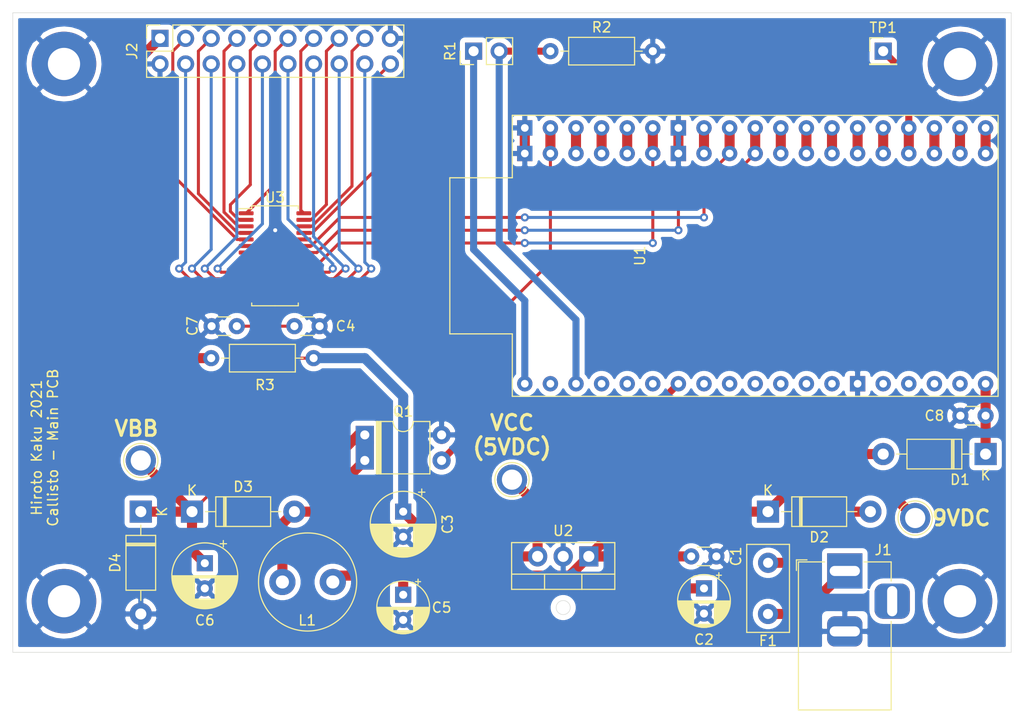
<source format=kicad_pcb>
(kicad_pcb (version 20171130) (host pcbnew "(5.1.10)-1")
  (layers (0 F.Cu signal) (31 B.Cu signal) (34 B.Paste user) (35 F.Paste user) (36 B.SilkS user) (37 F.SilkS user) (38 B.Mask user) (39 F.Mask user) (44 Edge.Cuts user))
  (net 0 "")
  (net 1 GND)
  (net 2 +9V)
  (net 3 VCC)
  (net 4 VBB)
  (net 5 "Net-(D2-Pad2)")
  (net 6 "Net-(D3-Pad2)")
  (net 7 "Net-(F1-Pad2)")
  (net 8 /PWM)
  (net 9 /BRIGHTNESS)
  (net 10 +3V3)
  (net 11 /TOUCH)
  (net 12 "Net-(U1-PadJ3_3)")
  (net 13 /DIN)
  (net 14 "Net-(U1-PadJ3_5)")
  (net 15 "Net-(U1-PadJ3_4)")
  (net 16 /CLK)
  (net 17 /LOAD)
  (net 18 "Net-(U1-PadJ3_13)")
  (net 19 "Net-(U1-PadJ3_15)")
  (net 20 "Net-(U1-PadJ3_14)")
  (net 21 "Net-(U1-PadJ3_11)")
  (net 22 "Net-(U1-PadJ3_19)")
  (net 23 "Net-(U1-PadJ3_18)")
  (net 24 "Net-(U1-PadJ3_17)")
  (net 25 "Net-(U1-PadJ2_18)")
  (net 26 "Net-(U1-PadJ2_17)")
  (net 27 "Net-(U1-PadJ2_16)")
  (net 28 "Net-(U1-PadJ2_15)")
  (net 29 "Net-(U1-PadJ2_13)")
  (net 30 "Net-(U1-PadJ2_12)")
  (net 31 /BLANK)
  (net 32 "Net-(U1-PadJ2_10)")
  (net 33 "Net-(U1-PadJ2_9)")
  (net 34 "Net-(U1-PadJ2_8)")
  (net 35 "Net-(U1-PadJ2_6)")
  (net 36 "Net-(U1-PadJ2_5)")
  (net 37 "Net-(U1-PadJ2_4)")
  (net 38 "Net-(U1-PadJ2_2)")
  (net 39 "Net-(U3-Pad9)")
  (net 40 "Net-(U3-Pad24)")
  (net 41 "Net-(U3-Pad15)")
  (net 42 "Net-(U3-Pad14)")
  (net 43 "Net-(U1-PadJ3_12)")
  (net 44 /O_1)
  (net 45 /O_2)
  (net 46 /O_3)
  (net 47 /O_4)
  (net 48 /O_5)
  (net 49 /O_0)
  (net 50 /O_6)
  (net 51 /O_7)
  (net 52 /O_8)
  (net 53 /O_12)
  (net 54 /O_11)
  (net 55 /O_10)
  (net 56 /O_16)
  (net 57 /O_17)
  (net 58 /O_18)
  (net 59 /O_19)
  (net 60 /O_13)
  (net 61 "Net-(U1-PadJ2_11)")
  (net 62 "Net-(C8-Pad1)")
  (net 63 "Net-(U1-PadJ3_8)")
  (net 64 "Net-(J2-Pad1)")
  (module "callisto:ESP32 DevKitC" (layer F.Cu) (at 228.6 113.665 90)
    (fp_text reference U1 (at 0 -11.43 90) (layer F.SilkS))
    (fp_text value ESP32-DevKitC)
    (pad J3_7 thru_hole rect (at 12.7 -7.62 90) (size 1.524 1.524) (drill 0.762) (layers *.Cu *.Mask) (net 1 GND))
    (pad J3_1 thru_hole rect (at 12.7 -22.86 90) (size 1.524 1.524) (drill 0.762) (layers *.Cu *.Mask) (net 1 GND))
    (pad J3_3 thru_hole circle (at 12.7 -17.78 180) (size 1.524 1.524) (drill 0.762) (layers *.Cu *.Mask) (net 12 "Net-(U1-PadJ3_3)"))
    (pad J3_6 thru_hole circle (at 12.7 -10.16 90) (size 1.524 1.524) (drill 0.762) (layers *.Cu *.Mask) (net 31 /BLANK))
    (pad J3_2 thru_hole circle (at 12.7 -20.32 270) (size 1.524 1.524) (drill 0.762) (layers *.Cu *.Mask) (net 13 /DIN))
    (pad J3_8 thru_hole circle (at 12.7 -5.08 90) (size 1.524 1.524) (drill 0.762) (layers *.Cu *.Mask) (net 63 "Net-(U1-PadJ3_8)"))
    (pad J3_5 thru_hole circle (at 12.7 -12.7 90) (size 1.524 1.524) (drill 0.762) (layers *.Cu *.Mask) (net 14 "Net-(U1-PadJ3_5)"))
    (pad J3_4 thru_hole circle (at 12.7 -15.24 90) (size 1.524 1.524) (drill 0.762) (layers *.Cu *.Mask) (net 15 "Net-(U1-PadJ3_4)"))
    (pad J3_9 thru_hole circle (at 12.7 -2.54 90) (size 1.524 1.524) (drill 0.762) (layers *.Cu *.Mask) (net 16 /CLK))
    (pad J3_10 thru_hole circle (at 12.7 0 90) (size 1.524 1.524) (drill 0.762) (layers *.Cu *.Mask) (net 17 /LOAD))
    (pad J3_13 thru_hole circle (at 12.7 7.62 90) (size 1.524 1.524) (drill 0.762) (layers *.Cu *.Mask) (net 18 "Net-(U1-PadJ3_13)"))
    (pad J3_15 thru_hole circle (at 12.7 12.7 90) (size 1.524 1.524) (drill 0.762) (layers *.Cu *.Mask) (net 19 "Net-(U1-PadJ3_15)"))
    (pad J3_14 thru_hole circle (at 12.7 10.16 90) (size 1.524 1.524) (drill 0.762) (layers *.Cu *.Mask) (net 20 "Net-(U1-PadJ3_14)"))
    (pad J3_12 thru_hole circle (at 12.7 5.08 90) (size 1.524 1.524) (drill 0.762) (layers *.Cu *.Mask) (net 43 "Net-(U1-PadJ3_12)"))
    (pad J3_11 thru_hole circle (at 12.7 2.54 90) (size 1.524 1.524) (drill 0.762) (layers *.Cu *.Mask) (net 21 "Net-(U1-PadJ3_11)"))
    (pad J3_19 thru_hole circle (at 12.7 22.86 90) (size 1.524 1.524) (drill 0.762) (layers *.Cu *.Mask) (net 22 "Net-(U1-PadJ3_19)"))
    (pad J3_18 thru_hole circle (at 12.7 20.32 90) (size 1.524 1.524) (drill 0.762) (layers *.Cu *.Mask) (net 23 "Net-(U1-PadJ3_18)"))
    (pad J3_17 thru_hole circle (at 12.7 17.78 90) (size 1.524 1.524) (drill 0.762) (layers *.Cu *.Mask) (net 24 "Net-(U1-PadJ3_17)"))
    (pad J3_16 thru_hole circle (at 12.7 15.24 90) (size 1.524 1.524) (drill 0.762) (layers *.Cu *.Mask) (net 11 /TOUCH))
    (pad J2_19 thru_hole circle (at -12.7 22.86 90) (size 1.524 1.524) (drill 0.762) (layers *.Cu *.Mask) (net 62 "Net-(C8-Pad1)"))
    (pad J2_18 thru_hole circle (at -12.7 20.32 90) (size 1.524 1.524) (drill 0.762) (layers *.Cu *.Mask) (net 25 "Net-(U1-PadJ2_18)"))
    (pad J2_17 thru_hole circle (at -12.7 17.78 90) (size 1.524 1.524) (drill 0.762) (layers *.Cu *.Mask) (net 26 "Net-(U1-PadJ2_17)"))
    (pad J2_16 thru_hole circle (at -12.7 15.24 90) (size 1.524 1.524) (drill 0.762) (layers *.Cu *.Mask) (net 27 "Net-(U1-PadJ2_16)"))
    (pad J2_15 thru_hole circle (at -12.7 12.7 90) (size 1.524 1.524) (drill 0.762) (layers *.Cu *.Mask) (net 28 "Net-(U1-PadJ2_15)"))
    (pad J2_14 thru_hole rect (at -12.7 10.16 90) (size 1.524 1.524) (drill 0.762) (layers *.Cu *.Mask) (net 1 GND))
    (pad J2_13 thru_hole circle (at -12.7 7.62 90) (size 1.524 1.524) (drill 0.762) (layers *.Cu *.Mask) (net 29 "Net-(U1-PadJ2_13)"))
    (pad J2_12 thru_hole circle (at -12.7 5.08 90) (size 1.524 1.524) (drill 0.762) (layers *.Cu *.Mask) (net 30 "Net-(U1-PadJ2_12)"))
    (pad J2_11 thru_hole circle (at -12.7 2.54 90) (size 1.524 1.524) (drill 0.762) (layers *.Cu *.Mask) (net 61 "Net-(U1-PadJ2_11)"))
    (pad J2_10 thru_hole circle (at -12.7 0 90) (size 1.524 1.524) (drill 0.762) (layers *.Cu *.Mask) (net 32 "Net-(U1-PadJ2_10)"))
    (pad J2_9 thru_hole circle (at -12.7 -2.54 90) (size 1.524 1.524) (drill 0.762) (layers *.Cu *.Mask) (net 33 "Net-(U1-PadJ2_9)"))
    (pad J2_8 thru_hole circle (at -12.7 -5.08 90) (size 1.524 1.524) (drill 0.762) (layers *.Cu *.Mask) (net 34 "Net-(U1-PadJ2_8)"))
    (pad J2_7 thru_hole circle (at -12.7 -7.62 90) (size 1.524 1.524) (drill 0.762) (layers *.Cu *.Mask) (net 8 /PWM))
    (pad J2_6 thru_hole circle (at -12.7 -10.16 90) (size 1.524 1.524) (drill 0.762) (layers *.Cu *.Mask) (net 35 "Net-(U1-PadJ2_6)"))
    (pad J2_5 thru_hole circle (at -12.7 -12.7 90) (size 1.524 1.524) (drill 0.762) (layers *.Cu *.Mask) (net 36 "Net-(U1-PadJ2_5)"))
    (pad J2_4 thru_hole circle (at -12.7 -15.24 90) (size 1.524 1.524) (drill 0.762) (layers *.Cu *.Mask) (net 37 "Net-(U1-PadJ2_4)"))
    (pad J2_3 thru_hole circle (at -12.7 -17.78 90) (size 1.524 1.524) (drill 0.762) (layers *.Cu *.Mask) (net 9 /BRIGHTNESS))
    (pad J2_2 thru_hole circle (at -12.7 -20.32 270) (size 1.524 1.524) (drill 0.762) (layers *.Cu *.Mask) (net 38 "Net-(U1-PadJ2_2)"))
    (pad J2_1 thru_hole circle (at -12.7 -22.86 90) (size 1.524 1.524) (drill 0.762) (layers *.Cu *.Mask) (net 10 +3V3))
    (pad J3_19 thru_hole circle (at 10.16 22.86 90) (size 1.524 1.524) (drill 0.762) (layers *.Cu *.Mask) (net 22 "Net-(U1-PadJ3_19)"))
    (pad J3_18 thru_hole circle (at 10.16 20.32 90) (size 1.524 1.524) (drill 0.762) (layers *.Cu *.Mask) (net 23 "Net-(U1-PadJ3_18)"))
    (pad J3_8 thru_hole circle (at 10.16 -5.08 90) (size 1.524 1.524) (drill 0.762) (layers *.Cu *.Mask) (net 63 "Net-(U1-PadJ3_8)"))
    (pad J3_14 thru_hole circle (at 10.16 10.16 90) (size 1.524 1.524) (drill 0.762) (layers *.Cu *.Mask) (net 20 "Net-(U1-PadJ3_14)"))
    (pad J3_9 thru_hole circle (at 10.16 -2.54 90) (size 1.524 1.524) (drill 0.762) (layers *.Cu *.Mask) (net 16 /CLK))
    (pad J3_10 thru_hole circle (at 10.16 0 90) (size 1.524 1.524) (drill 0.762) (layers *.Cu *.Mask) (net 17 /LOAD))
    (pad J3_6 thru_hole circle (at 10.16 -10.16 90) (size 1.524 1.524) (drill 0.762) (layers *.Cu *.Mask) (net 31 /BLANK))
    (pad J3_3 thru_hole circle (at 10.16 -17.78 180) (size 1.524 1.524) (drill 0.762) (layers *.Cu *.Mask) (net 12 "Net-(U1-PadJ3_3)"))
    (pad J3_12 thru_hole circle (at 10.16 5.08 90) (size 1.524 1.524) (drill 0.762) (layers *.Cu *.Mask) (net 43 "Net-(U1-PadJ3_12)"))
    (pad J3_16 thru_hole circle (at 10.16 15.24 90) (size 1.524 1.524) (drill 0.762) (layers *.Cu *.Mask) (net 11 /TOUCH))
    (pad J3_2 thru_hole circle (at 10.16 -20.32 270) (size 1.524 1.524) (drill 0.762) (layers *.Cu *.Mask) (net 13 /DIN))
    (pad J3_17 thru_hole circle (at 10.16 17.78 90) (size 1.524 1.524) (drill 0.762) (layers *.Cu *.Mask) (net 24 "Net-(U1-PadJ3_17)"))
    (pad J3_11 thru_hole circle (at 10.16 2.54 90) (size 1.524 1.524) (drill 0.762) (layers *.Cu *.Mask) (net 21 "Net-(U1-PadJ3_11)"))
    (pad J3_15 thru_hole circle (at 10.16 12.7 90) (size 1.524 1.524) (drill 0.762) (layers *.Cu *.Mask) (net 19 "Net-(U1-PadJ3_15)"))
    (pad J3_4 thru_hole circle (at 10.16 -15.24 90) (size 1.524 1.524) (drill 0.762) (layers *.Cu *.Mask) (net 15 "Net-(U1-PadJ3_4)"))
    (pad J3_1 thru_hole rect (at 10.16 -22.86 90) (size 1.524 1.524) (drill 0.762) (layers *.Cu *.Mask) (net 1 GND))
    (pad J3_5 thru_hole circle (at 10.16 -12.7 90) (size 1.524 1.524) (drill 0.762) (layers *.Cu *.Mask) (net 14 "Net-(U1-PadJ3_5)"))
    (pad J3_13 thru_hole circle (at 10.16 7.62 90) (size 1.524 1.524) (drill 0.762) (layers *.Cu *.Mask) (net 18 "Net-(U1-PadJ3_13)"))
    (pad J3_7 thru_hole rect (at 10.16 -7.62 90) (size 1.524 1.524) (drill 0.762) (layers *.Cu *.Mask) (net 1 GND))
  )
  (module Package_DIP:Vishay_HVM-DIP-3_W7.62mm (layer F.Cu) (at 189.865 131.445)
    (fp_text reference Q1 (at 3.81 -2.33) (layer F.SilkS))
    (fp_text value IRLD110PBF)
    (pad 1 thru_hole rect (at 0 0) (size 1.8 1.8) (drill 0.9) (layers *.Cu *.Mask) (net 6 "Net-(D3-Pad2)"))
    (pad 2 thru_hole oval (at 7.62 2.54) (size 1.8 1.8) (drill 0.9) (layers *.Cu *.Mask) (net 8 /PWM))
    (pad 1 thru_hole rect (at 0 2.54) (size 1.8 2.8) (drill 0.9 (offset 0 -0.5)) (layers *.Cu *.Mask) (net 6 "Net-(D3-Pad2)"))
    (pad 3 thru_hole oval (at 7.62 0) (size 1.8 1.8) (drill 0.9) (layers *.Cu *.Mask) (net 1 GND))
  )
  (module Connector_PinHeader_2.54mm:PinHeader_1x01_P2.54mm_Vertical (layer F.Cu) (at 241.3 93.345)
    (fp_text reference TP1 (at 0 -2.33) (layer F.SilkS))
    (fp_text value Touchpad)
    (pad 1 thru_hole rect (at 0 0) (size 1.7 1.7) (drill 1) (layers *.Cu *.Mask) (net 11 /TOUCH))
  )
  (module Connector_PinHeader_2.54mm:PinHeader_1x02_P2.54mm_Vertical (layer F.Cu) (at 200.66 93.345 90)
    (fp_text reference R1 (at 0 -2.33 90) (layer F.SilkS))
    (fp_text value LDR07)
    (pad 2 thru_hole oval (at 0 2.54 90) (size 1.7 1.7) (drill 1) (layers *.Cu *.Mask) (net 9 /BRIGHTNESS))
    (pad 1 thru_hole rect (at 0 0 90) (size 1.7 1.7) (drill 1) (layers *.Cu *.Mask) (net 10 +3V3))
  )
  (module Inductor_THT:L_Radial_D9.5mm_P5.00mm_Fastron_07HVP (layer F.Cu) (at 186.69 146.05 180)
    (fp_text reference L1 (at 2.54 -3.81) (layer F.SilkS))
    (fp_text value 2220H)
    (pad 2 thru_hole circle (at 5 0 180) (size 2.6 2.6) (drill 1.3) (layers *.Cu *.Mask) (net 6 "Net-(D3-Pad2)"))
    (pad 1 thru_hole circle (at 0 0 180) (size 2.6 2.6) (drill 1.3) (layers *.Cu *.Mask) (net 2 +9V))
  )
  (module Package_TO_SOT_THT:TO-220-3_Vertical (layer F.Cu) (at 212.09 143.51 180)
    (fp_text reference U2 (at 2.54 2.54) (layer F.SilkS))
    (fp_text value L7805)
    (pad 3 thru_hole oval (at 5.08 0 180) (size 1.905 2) (drill 1.1) (layers *.Cu *.Mask) (net 3 VCC))
    (pad 2 thru_hole oval (at 2.54 0 180) (size 1.905 2) (drill 1.1) (layers *.Cu *.Mask) (net 1 GND))
    (pad 1 thru_hole rect (at 0 0 180) (size 1.905 2) (drill 1.1) (layers *.Cu *.Mask) (net 2 +9V))
  )
  (module Capacitor_THT:C_Disc_D3.0mm_W1.6mm_P2.50mm (layer F.Cu) (at 251.46 129.54 180)
    (fp_text reference C8 (at 5.08 0) (layer F.SilkS))
    (fp_text value 0.1U/50V)
    (pad 2 thru_hole circle (at 2.5 0 180) (size 1.6 1.6) (drill 0.8) (layers *.Cu *.Mask) (net 1 GND))
    (pad 1 thru_hole circle (at 0 0 180) (size 1.6 1.6) (drill 0.8) (layers *.Cu *.Mask) (net 62 "Net-(C8-Pad1)"))
  )
  (module Resistor_THT:R_Axial_DIN0207_L6.3mm_D2.5mm_P10.16mm_Horizontal (layer F.Cu) (at 174.625 123.825)
    (fp_text reference R3 (at 5.334 2.667) (layer F.SilkS))
    (fp_text value 22)
    (pad 2 thru_hole oval (at 10.16 0) (size 1.6 1.6) (drill 0.8) (layers *.Cu *.Mask) (net 3 VCC))
    (pad 1 thru_hole circle (at 0 0) (size 1.6 1.6) (drill 0.8) (layers *.Cu *.Mask) (net 64 "Net-(J2-Pad1)"))
  )
  (module Resistor_THT:R_Axial_DIN0207_L6.3mm_D2.5mm_P10.16mm_Horizontal (layer F.Cu) (at 208.28 93.345)
    (fp_text reference R2 (at 5.08 -2.37) (layer F.SilkS))
    (fp_text value 10K)
    (pad 2 thru_hole oval (at 10.16 0) (size 1.6 1.6) (drill 0.8) (layers *.Cu *.Mask) (net 1 GND))
    (pad 1 thru_hole circle (at 0 0) (size 1.6 1.6) (drill 0.8) (layers *.Cu *.Mask) (net 9 /BRIGHTNESS))
  )
  (module Diode_THT:D_DO-41_SOD81_P10.16mm_Horizontal (layer F.Cu) (at 167.64 139.065 270)
    (fp_text reference D4 (at 5.08 2.54 90) (layer F.SilkS))
    (fp_text value 1N5262B)
    (fp_text user K (at 0 -2.1 90) (layer F.SilkS))
    (pad 2 thru_hole oval (at 10.16 0 270) (size 2.2 2.2) (drill 1.1) (layers *.Cu *.Mask) (net 1 GND))
    (pad 1 thru_hole rect (at 0 0 270) (size 2.2 2.2) (drill 1.1) (layers *.Cu *.Mask) (net 4 VBB))
  )
  (module Diode_THT:D_DO-41_SOD81_P10.16mm_Horizontal (layer F.Cu) (at 172.72 139.065)
    (fp_text reference D3 (at 5.08 -2.47) (layer F.SilkS))
    (fp_text value MBR160)
    (fp_text user K (at 0 -2.1) (layer F.SilkS))
    (pad 2 thru_hole oval (at 10.16 0) (size 2.2 2.2) (drill 1.1) (layers *.Cu *.Mask) (net 6 "Net-(D3-Pad2)"))
    (pad 1 thru_hole rect (at 0 0) (size 2.2 2.2) (drill 1.1) (layers *.Cu *.Mask) (net 4 VBB))
  )
  (module Diode_THT:D_DO-41_SOD81_P10.16mm_Horizontal (layer F.Cu) (at 229.87 139.065)
    (fp_text reference D2 (at 5.08 2.54) (layer F.SilkS))
    (fp_text value MBR160)
    (fp_text user K (at 0 -2.1) (layer F.SilkS))
    (pad 2 thru_hole oval (at 10.16 0) (size 2.2 2.2) (drill 1.1) (layers *.Cu *.Mask) (net 5 "Net-(D2-Pad2)"))
    (pad 1 thru_hole rect (at 0 0) (size 2.2 2.2) (drill 1.1) (layers *.Cu *.Mask) (net 2 +9V))
  )
  (module Diode_THT:D_DO-41_SOD81_P10.16mm_Horizontal (layer F.Cu) (at 251.46 133.35 180)
    (fp_text reference D1 (at 2.54 -2.54) (layer F.SilkS))
    (fp_text value 1N5817)
    (fp_text user K (at 0 -2.1) (layer F.SilkS))
    (pad 2 thru_hole oval (at 10.16 0 180) (size 2.2 2.2) (drill 1.1) (layers *.Cu *.Mask) (net 3 VCC))
    (pad 1 thru_hole rect (at 0 0 180) (size 2.2 2.2) (drill 1.1) (layers *.Cu *.Mask) (net 62 "Net-(C8-Pad1)"))
  )
  (module Connector_PinSocket_2.54mm:PinSocket_2x10_P2.54mm_Vertical (layer F.Cu) (at 169.545 92.075 90)
    (fp_text reference J2 (at -1.27 -2.77 90) (layer F.SilkS))
    (fp_text value Conn_01x20)
    (pad 20 thru_hole oval (at -2.54 22.86 90) (size 1.7 1.7) (drill 1) (layers *.Cu *.Mask) (net 52 /O_8))
    (pad 19 thru_hole oval (at 0 22.86 90) (size 1.7 1.7) (drill 1) (layers *.Cu *.Mask) (net 1 GND))
    (pad 18 thru_hole oval (at -2.54 20.32 90) (size 1.7 1.7) (drill 1) (layers *.Cu *.Mask) (net 60 /O_13))
    (pad 17 thru_hole oval (at 0 20.32 90) (size 1.7 1.7) (drill 1) (layers *.Cu *.Mask) (net 51 /O_7))
    (pad 16 thru_hole oval (at -2.54 17.78 90) (size 1.7 1.7) (drill 1) (layers *.Cu *.Mask) (net 53 /O_12))
    (pad 15 thru_hole oval (at 0 17.78 90) (size 1.7 1.7) (drill 1) (layers *.Cu *.Mask) (net 50 /O_6))
    (pad 14 thru_hole oval (at -2.54 15.24 90) (size 1.7 1.7) (drill 1) (layers *.Cu *.Mask) (net 54 /O_11))
    (pad 13 thru_hole oval (at 0 15.24 90) (size 1.7 1.7) (drill 1) (layers *.Cu *.Mask) (net 48 /O_5))
    (pad 12 thru_hole oval (at -2.54 12.7 90) (size 1.7 1.7) (drill 1) (layers *.Cu *.Mask) (net 55 /O_10))
    (pad 11 thru_hole oval (at 0 12.7 90) (size 1.7 1.7) (drill 1) (layers *.Cu *.Mask) (net 47 /O_4))
    (pad 10 thru_hole oval (at -2.54 10.16 90) (size 1.7 1.7) (drill 1) (layers *.Cu *.Mask) (net 59 /O_19))
    (pad 9 thru_hole oval (at 0 10.16 90) (size 1.7 1.7) (drill 1) (layers *.Cu *.Mask) (net 46 /O_3))
    (pad 8 thru_hole oval (at -2.54 7.62 90) (size 1.7 1.7) (drill 1) (layers *.Cu *.Mask) (net 58 /O_18))
    (pad 7 thru_hole oval (at 0 7.62 90) (size 1.7 1.7) (drill 1) (layers *.Cu *.Mask) (net 45 /O_2))
    (pad 6 thru_hole oval (at -2.54 5.08 90) (size 1.7 1.7) (drill 1) (layers *.Cu *.Mask) (net 57 /O_17))
    (pad 5 thru_hole oval (at 0 5.08 90) (size 1.7 1.7) (drill 1) (layers *.Cu *.Mask) (net 44 /O_1))
    (pad 4 thru_hole oval (at -2.54 2.54 90) (size 1.7 1.7) (drill 1) (layers *.Cu *.Mask) (net 56 /O_16))
    (pad 3 thru_hole oval (at 0 2.54 90) (size 1.7 1.7) (drill 1) (layers *.Cu *.Mask) (net 49 /O_0))
    (pad 2 thru_hole oval (at -2.54 0 90) (size 1.7 1.7) (drill 1) (layers *.Cu *.Mask) (net 1 GND))
    (pad 1 thru_hole rect (at 0 0 90) (size 1.7 1.7) (drill 1) (layers *.Cu *.Mask) (net 64 "Net-(J2-Pad1)"))
  )
  (module Package_SO:TSSOP-28_4.4x9.7mm_P0.65mm (layer F.Cu) (at 180.955 113.665)
    (fp_text reference U3 (at 0 -5.8) (layer F.SilkS))
    (fp_text value MAX6921AUI+)
    (pad 28 smd roundrect (at 2.8625 -4.225) (size 1.475 0.4) (layers F.Cu F.Paste F.Mask) (net 48 /O_5))
    (pad 27 smd roundrect (at 2.8625 -3.575) (size 1.475 0.4) (layers F.Cu F.Paste F.Mask) (net 50 /O_6))
    (pad 26 smd roundrect (at 2.8625 -2.925) (size 1.475 0.4) (layers F.Cu F.Paste F.Mask) (net 51 /O_7))
    (pad 25 smd roundrect (at 2.8625 -2.275) (size 1.475 0.4) (layers F.Cu F.Paste F.Mask) (net 52 /O_8))
    (pad 24 smd roundrect (at 2.8625 -1.625) (size 1.475 0.4) (layers F.Cu F.Paste F.Mask) (net 40 "Net-(U3-Pad24)"))
    (pad 23 smd roundrect (at 2.8625 -0.975) (size 1.475 0.4) (layers F.Cu F.Paste F.Mask) (net 17 /LOAD))
    (pad 22 smd roundrect (at 2.8625 -0.325) (size 1.475 0.4) (layers F.Cu F.Paste F.Mask) (net 16 /CLK))
    (pad 21 smd roundrect (at 2.8625 0.325) (size 1.475 0.4) (layers F.Cu F.Paste F.Mask) (net 1 GND))
    (pad 20 smd roundrect (at 2.8625 0.975) (size 1.475 0.4) (layers F.Cu F.Paste F.Mask) (net 31 /BLANK))
    (pad 19 smd roundrect (at 2.8625 1.625) (size 1.475 0.4) (layers F.Cu F.Paste F.Mask) (net 55 /O_10))
    (pad 18 smd roundrect (at 2.8625 2.275) (size 1.475 0.4) (layers F.Cu F.Paste F.Mask) (net 54 /O_11))
    (pad 17 smd roundrect (at 2.8625 2.925) (size 1.475 0.4) (layers F.Cu F.Paste F.Mask) (net 53 /O_12))
    (pad 16 smd roundrect (at 2.8625 3.575) (size 1.475 0.4) (layers F.Cu F.Paste F.Mask) (net 60 /O_13))
    (pad 15 smd roundrect (at 2.8625 4.225) (size 1.475 0.4) (layers F.Cu F.Paste F.Mask) (net 41 "Net-(U3-Pad15)"))
    (pad 14 smd roundrect (at -2.8625 4.225) (size 1.475 0.4) (layers F.Cu F.Paste F.Mask) (net 42 "Net-(U3-Pad14)"))
    (pad 13 smd roundrect (at -2.8625 3.575) (size 1.475 0.4) (layers F.Cu F.Paste F.Mask) (net 56 /O_16))
    (pad 12 smd roundrect (at -2.8625 2.925) (size 1.475 0.4) (layers F.Cu F.Paste F.Mask) (net 57 /O_17))
    (pad 11 smd roundrect (at -2.8625 2.275) (size 1.475 0.4) (layers F.Cu F.Paste F.Mask) (net 58 /O_18))
    (pad 10 smd roundrect (at -2.8625 1.625) (size 1.475 0.4) (layers F.Cu F.Paste F.Mask) (net 59 /O_19))
    (pad 9 smd roundrect (at -2.8625 0.975) (size 1.475 0.4) (layers F.Cu F.Paste F.Mask) (net 39 "Net-(U3-Pad9)"))
    (pad 8 smd roundrect (at -2.8625 0.325) (size 1.475 0.4) (layers F.Cu F.Paste F.Mask) (net 4 VBB))
    (pad 7 smd roundrect (at -2.8625 -0.325) (size 1.475 0.4) (layers F.Cu F.Paste F.Mask) (net 3 VCC))
    (pad 6 smd roundrect (at -2.8625 -0.975) (size 1.475 0.4) (layers F.Cu F.Paste F.Mask) (net 13 /DIN))
    (pad 5 smd roundrect (at -2.8625 -1.625) (size 1.475 0.4) (layers F.Cu F.Paste F.Mask) (net 49 /O_0))
    (pad 4 smd roundrect (at -2.8625 -2.275) (size 1.475 0.4) (layers F.Cu F.Paste F.Mask) (net 44 /O_1))
    (pad 3 smd roundrect (at -2.8625 -2.925) (size 1.475 0.4) (layers F.Cu F.Paste F.Mask) (net 45 /O_2))
    (pad 2 smd roundrect (at -2.8625 -3.575) (size 1.475 0.4) (layers F.Cu F.Paste F.Mask) (net 46 /O_3))
    (pad 1 smd roundrect (at -2.8625 -4.225) (size 1.475 0.4) (layers F.Cu F.Paste F.Mask) (net 47 /O_4))
  )
  (module TestPoint:TestPoint_Plated_Hole_D2.0mm (layer F.Cu) (at 204.47 135.89 90)
    (fp_text reference REF** hide)
    (fp_text value TestPoint_Plated_Hole_D2.0mm)
    (pad 1 thru_hole circle (at 0 0 90) (size 3 3) (drill 2) (layers *.Cu *.Mask) (net 3 VCC))
  )
  (module TestPoint:TestPoint_Plated_Hole_D2.0mm (layer F.Cu) (at 244.475 139.7)
    (fp_text reference REF** hide)
    (fp_text value TestPoint_Plated_Hole_D2.0mm)
    (pad 1 thru_hole circle (at 0 0) (size 3 3) (drill 2) (layers *.Cu *.Mask) (net 2 +9V))
  )
  (module TestPoint:TestPoint_Plated_Hole_D2.0mm (layer F.Cu) (at 167.64 133.985)
    (fp_text reference REF** hide)
    (fp_text value TestPoint_Plated_Hole_D2.0mm)
    (pad 1 thru_hole circle (at 0 0) (size 3 3) (drill 2) (layers *.Cu *.Mask) (net 4 VBB))
  )
  (module MountingHole:MountingHole_3.2mm_M3_Pad (layer F.Cu) (at 248.92 147.955)
    (fp_text reference REF** hide)
    (fp_text value MountingHole_3.2mm_M3_Pad)
    (pad 1 thru_hole circle (at 0 0) (size 6.4 6.4) (drill 3.2) (layers *.Cu *.Mask) (net 1 GND))
  )
  (module MountingHole:MountingHole_3.2mm_M3_Pad (layer F.Cu) (at 160.02 147.955)
    (fp_text reference REF** hide)
    (fp_text value MountingHole_3.2mm_M3_Pad)
    (pad 1 thru_hole circle (at 0 0) (size 6.4 6.4) (drill 3.2) (layers *.Cu *.Mask) (net 1 GND))
  )
  (module MountingHole:MountingHole_3.2mm_M3_Pad (layer F.Cu) (at 160.02 94.615)
    (fp_text reference REF** hide)
    (fp_text value MountingHole_3.2mm_M3_Pad)
    (pad 1 thru_hole circle (at 0 0) (size 6.4 6.4) (drill 3.2) (layers *.Cu *.Mask) (net 1 GND))
  )
  (module MountingHole:MountingHole_3.2mm_M3_Pad (layer F.Cu) (at 248.92 94.615)
    (fp_text reference REF** hide)
    (fp_text value MountingHole_3.2mm_M3_Pad)
    (pad 1 thru_hole circle (at 0 0) (size 6.4 6.4) (drill 3.2) (layers *.Cu *.Mask) (net 1 GND))
  )
  (module Fuse:Fuse_Littelfuse_395Series (layer F.Cu) (at 229.88 144.145 270)
    (fp_text reference F1 (at 7.747 0.01 180) (layer F.SilkS))
    (fp_text value Fuse)
    (pad 2 thru_hole circle (at 5.08 0.01 270) (size 2 2) (drill 1) (layers *.Cu *.Mask) (net 7 "Net-(F1-Pad2)"))
    (pad 1 thru_hole circle (at 0 0 270) (size 2 2) (drill 1) (layers *.Cu *.Mask) (net 5 "Net-(D2-Pad2)"))
  )
  (module Connector_BarrelJack:BarrelJack_Horizontal (layer F.Cu) (at 237.49 144.955 90)
    (fp_text reference J1 (at 2.08 3.81 180) (layer F.SilkS))
    (fp_text value Jack-DC)
    (pad 3 thru_hole roundrect (at -3 4.7 90) (size 3.5 3.5) (drill oval 3 1) (layers *.Cu *.Mask))
    (pad 2 thru_hole roundrect (at -6 0 90) (size 3 3.5) (drill oval 1 3) (layers *.Cu *.Mask) (net 1 GND))
    (pad 1 thru_hole rect (at 0 0 90) (size 3.5 3.5) (drill oval 1 3) (layers *.Cu *.Mask) (net 7 "Net-(F1-Pad2)"))
  )
  (module Capacitor_THT:C_Disc_D3.0mm_W1.6mm_P2.50mm (layer F.Cu) (at 177.165 120.65 180)
    (fp_text reference C7 (at 4.405 0 270) (layer F.SilkS))
    (fp_text value 0.1U/100V)
    (pad 2 thru_hole circle (at 2.5 0 180) (size 1.6 1.6) (drill 0.8) (layers *.Cu *.Mask) (net 1 GND))
    (pad 1 thru_hole circle (at 0 0 180) (size 1.6 1.6) (drill 0.8) (layers *.Cu *.Mask) (net 4 VBB))
  )
  (module Capacitor_THT:CP_Radial_D6.3mm_P2.50mm (layer F.Cu) (at 173.99 144.185 270)
    (fp_text reference C6 (at 5.675 0 180) (layer F.SilkS))
    (fp_text value 22U/100V)
    (pad 2 thru_hole circle (at 2.5 0 270) (size 1.6 1.6) (drill 0.8) (layers *.Cu *.Mask) (net 1 GND))
    (pad 1 thru_hole rect (at 0 0 270) (size 1.6 1.6) (drill 0.8) (layers *.Cu *.Mask) (net 4 VBB))
  )
  (module Capacitor_THT:CP_Radial_D5.0mm_P2.50mm (layer F.Cu) (at 193.675 147.32 270)
    (fp_text reference C5 (at 1.27 -3.81 180) (layer F.SilkS))
    (fp_text value 47U/25V)
    (pad 1 thru_hole rect (at 0 0 270) (size 1.6 1.6) (drill 0.8) (layers *.Cu *.Mask) (net 2 +9V))
    (pad 2 thru_hole circle (at 2.5 0 270) (size 1.6 1.6) (drill 0.8) (layers *.Cu *.Mask) (net 1 GND))
  )
  (module Capacitor_THT:C_Disc_D3.0mm_W1.6mm_P2.50mm (layer F.Cu) (at 182.88 120.65)
    (fp_text reference C4 (at 5.08 0) (layer F.SilkS))
    (fp_text value 0.1U/50V)
    (pad 2 thru_hole circle (at 2.5 0) (size 1.6 1.6) (drill 0.8) (layers *.Cu *.Mask) (net 1 GND))
    (pad 1 thru_hole circle (at 0 0) (size 1.6 1.6) (drill 0.8) (layers *.Cu *.Mask) (net 3 VCC))
  )
  (module Capacitor_THT:CP_Radial_D6.3mm_P2.50mm (layer F.Cu) (at 193.675 139.065 270)
    (fp_text reference C3 (at 1.25 -4.4 90) (layer F.SilkS))
    (fp_text value 220U/6.3V)
    (pad 2 thru_hole circle (at 2.5 0 270) (size 1.6 1.6) (drill 0.8) (layers *.Cu *.Mask) (net 1 GND))
    (pad 1 thru_hole rect (at 0 0 270) (size 1.6 1.6) (drill 0.8) (layers *.Cu *.Mask) (net 3 VCC))
  )
  (module Capacitor_THT:CP_Radial_D5.0mm_P2.50mm (layer F.Cu) (at 223.52 146.685 270)
    (fp_text reference C2 (at 5.08 0 180) (layer F.SilkS))
    (fp_text value 47U/25V)
    (pad 1 thru_hole rect (at 0 0 270) (size 1.6 1.6) (drill 0.8) (layers *.Cu *.Mask) (net 2 +9V))
    (pad 2 thru_hole circle (at 2.5 0 270) (size 1.6 1.6) (drill 0.8) (layers *.Cu *.Mask) (net 1 GND))
  )
  (module Capacitor_THT:C_Disc_D3.0mm_W1.6mm_P2.50mm (layer F.Cu) (at 222.25 143.51)
    (fp_text reference C1 (at 4.445 0 270) (layer F.SilkS))
    (fp_text value 0.1U/50V)
    (pad 2 thru_hole circle (at 2.5 0) (size 1.6 1.6) (drill 0.8) (layers *.Cu *.Mask) (net 1 GND))
    (pad 1 thru_hole circle (at 0 0) (size 1.6 1.6) (drill 0.8) (layers *.Cu *.Mask) (net 2 +9V))
  )
  (gr_circle (center 209.55 148.59) (end 210.25 148.59) (layer Edge.Cuts) (width 0.05))
  (gr_text "Hiroto Kaku 2021\nCallisto - Main PCB" (at 158.115 132.715 90) (layer F.SilkS) (effects (font (size 1 1))))
  (gr_line (start 254 89.535) (end 254 153.035) (layer Edge.Cuts) (width 0.05))
  (gr_line (start 154.94 89.535) (end 254 89.535) (layer Edge.Cuts) (width 0.05))
  (gr_line (start 154.94 153.035) (end 154.94 89.535) (layer Edge.Cuts) (width 0.05))
  (gr_line (start 254 153.035) (end 154.94 153.035) (layer Edge.Cuts) (width 0.05))
  (gr_text 9VDC (at 252.095 139.7) (layer F.SilkS) (effects (font (size 1.5 1.5) (thickness 0.3)) (justify right)))
  (gr_text VBB (at 169.545 130.81) (layer F.SilkS) (effects (font (size 1.5 1.5) (thickness 0.3)) (justify right)))
  (gr_text "VCC\n(5VDC)" (at 204.47 131.445) (layer F.SilkS) (effects (font (size 1.5 1.5) (thickness 0.3))))
  (via (at 180.975 111.125) (size 0.8) (drill 0.4) (layers F.Cu B.Cu) (net 1))
  (segment (start 205.74 100.965) (end 205.74 103.505) (width 1) (layer F.Cu) (net 1))
  (segment (start 220.98 103.505) (end 220.98 100.965) (width 1) (layer F.Cu) (net 1))
  (segment (start 180.975 112.72) (end 180.975 111.125) (width 0.3) (layer F.Cu) (net 1))
  (segment (start 182.245 113.99) (end 180.975 112.72) (width 0.3) (layer F.Cu) (net 1))
  (segment (start 183.8175 113.99) (end 182.245 113.99) (width 0.3) (layer F.Cu) (net 1))
  (segment (start 232.41 136.525) (end 229.87 139.065) (width 1) (layer F.Cu) (net 2))
  (segment (start 241.3 136.525) (end 232.41 136.525) (width 1) (layer F.Cu) (net 2))
  (segment (start 244.475 139.7) (end 241.3 136.525) (width 1) (layer F.Cu) (net 2))
  (segment (start 216.535 139.065) (end 212.09 143.51) (width 1) (layer F.Cu) (net 2))
  (segment (start 229.87 139.065) (end 216.535 139.065) (width 1) (layer F.Cu) (net 2))
  (segment (start 212.09 143.51) (end 222.25 143.51) (width 1) (layer F.Cu) (net 2))
  (segment (start 187.325 145.415) (end 186.69 146.05) (width 1) (layer F.Cu) (net 2))
  (segment (start 210.185 145.415) (end 187.325 145.415) (width 1) (layer F.Cu) (net 2))
  (segment (start 212.09 143.51) (end 210.185 145.415) (width 1) (layer F.Cu) (net 2))
  (segment (start 193.675 147.32) (end 193.675 145.415) (width 1) (layer F.Cu) (net 2))
  (segment (start 212.09 143.51) (end 215.9 143.51) (width 1) (layer F.Cu) (net 2))
  (segment (start 215.9 143.51) (end 219.075 146.685) (width 1) (layer F.Cu) (net 2))
  (segment (start 219.075 146.685) (end 223.52 146.685) (width 1) (layer F.Cu) (net 2))
  (segment (start 207.01 143.51) (end 207.01 138.43) (width 1) (layer F.Cu) (net 3))
  (segment (start 198.12 143.51) (end 193.675 139.065) (width 1) (layer F.Cu) (net 3))
  (segment (start 207.01 143.51) (end 198.12 143.51) (width 1) (layer F.Cu) (net 3))
  (segment (start 207.01 138.43) (end 204.47 135.89) (width 1) (layer F.Cu) (net 3))
  (segment (start 212.09 133.35) (end 241.3 133.35) (width 1) (layer F.Cu) (net 3))
  (segment (start 207.01 138.43) (end 212.09 133.35) (width 1) (layer F.Cu) (net 3))
  (segment (start 193.675 127.635) (end 193.675 139.065) (width 1) (layer B.Cu) (net 3))
  (segment (start 189.865 123.825) (end 193.675 127.635) (width 1) (layer B.Cu) (net 3))
  (segment (start 184.785 123.825) (end 189.865 123.825) (width 1) (layer B.Cu) (net 3))
  (segment (start 180.34 121.285) (end 182.88 123.825) (width 0.3) (layer F.Cu) (net 3))
  (segment (start 179.307878 113.34) (end 180.34 114.372122) (width 0.3) (layer F.Cu) (net 3))
  (segment (start 182.88 123.825) (end 184.785 123.825) (width 0.3) (layer F.Cu) (net 3))
  (segment (start 178.0925 113.34) (end 179.307878 113.34) (width 0.3) (layer F.Cu) (net 3))
  (segment (start 182.88 120.65) (end 180.34 120.65) (width 0.3) (layer F.Cu) (net 3))
  (segment (start 180.34 120.65) (end 180.34 121.285) (width 0.3) (layer F.Cu) (net 3))
  (segment (start 180.34 114.372122) (end 180.34 120.65) (width 0.3) (layer F.Cu) (net 3))
  (segment (start 172.72 139.065) (end 167.64 139.065) (width 1) (layer F.Cu) (net 4))
  (segment (start 172.72 142.915) (end 173.99 144.185) (width 1) (layer F.Cu) (net 4))
  (segment (start 172.72 139.065) (end 172.72 142.915) (width 1) (layer F.Cu) (net 4))
  (segment (start 179.705 132.08) (end 172.72 139.065) (width 0.3) (layer F.Cu) (net 4))
  (segment (start 179.250758 113.99) (end 179.705 114.444242) (width 0.3) (layer F.Cu) (net 4))
  (segment (start 178.0925 113.99) (end 179.250758 113.99) (width 0.3) (layer F.Cu) (net 4))
  (segment (start 177.165 120.65) (end 179.705 120.65) (width 0.3) (layer F.Cu) (net 4))
  (segment (start 179.705 120.65) (end 179.705 132.08) (width 0.3) (layer F.Cu) (net 4))
  (segment (start 179.705 114.444242) (end 179.705 120.65) (width 0.3) (layer F.Cu) (net 4))
  (segment (start 172.72 139.065) (end 167.64 133.985) (width 1) (layer F.Cu) (net 4))
  (segment (start 237.49 139.065) (end 240.03 139.065) (width 1) (layer F.Cu) (net 5))
  (segment (start 232.41 144.145) (end 237.49 139.065) (width 1) (layer F.Cu) (net 5))
  (segment (start 229.87 144.145) (end 232.41 144.145) (width 1) (layer F.Cu) (net 5))
  (segment (start 181.69 140.255) (end 182.88 139.065) (width 1) (layer F.Cu) (net 6))
  (segment (start 181.69 146.05) (end 181.69 140.255) (width 1) (layer F.Cu) (net 6))
  (segment (start 187.96 135.89) (end 187.96 132.715) (width 1) (layer F.Cu) (net 6))
  (segment (start 184.785 139.065) (end 187.96 135.89) (width 1) (layer F.Cu) (net 6))
  (segment (start 182.88 139.065) (end 184.785 139.065) (width 1) (layer F.Cu) (net 6))
  (segment (start 189.23 131.445) (end 187.96 132.715) (width 1) (layer F.Cu) (net 6))
  (segment (start 189.865 131.445) (end 189.23 131.445) (width 1) (layer F.Cu) (net 6))
  (segment (start 189.865 133.985) (end 187.96 135.89) (width 1) (layer F.Cu) (net 6))
  (segment (start 233.22 149.225) (end 237.49 144.955) (width 1) (layer F.Cu) (net 7))
  (segment (start 229.86 149.225) (end 233.22 149.225) (width 1) (layer F.Cu) (net 7))
  (segment (start 217.17 130.175) (end 220.98 126.365) (width 0.7) (layer F.Cu) (net 8))
  (segment (start 201.295 130.175) (end 217.17 130.175) (width 0.7) (layer F.Cu) (net 8))
  (segment (start 197.485 133.985) (end 201.295 130.175) (width 0.7) (layer F.Cu) (net 8))
  (segment (start 203.2 93.345) (end 208.28 93.345) (width 0.7) (layer F.Cu) (net 9))
  (segment (start 203.2 112.395) (end 203.2 93.345) (width 0.7) (layer B.Cu) (net 9))
  (segment (start 210.82 120.015) (end 203.2 112.395) (width 0.7) (layer B.Cu) (net 9))
  (segment (start 210.82 126.365) (end 210.82 120.015) (width 0.7) (layer B.Cu) (net 9))
  (segment (start 200.65999 93.34501) (end 200.66 93.345) (width 0.7) (layer F.Cu) (net 10))
  (segment (start 200.65999 93.34501) (end 200.66 93.345) (width 0.7) (layer B.Cu) (net 10))
  (segment (start 200.65999 113.02999) (end 200.65999 93.34501) (width 0.7) (layer B.Cu) (net 10))
  (segment (start 205.74 118.11) (end 200.65999 113.02999) (width 0.7) (layer B.Cu) (net 10))
  (segment (start 205.74 126.365) (end 205.74 118.11) (width 0.7) (layer B.Cu) (net 10))
  (segment (start 243.84 95.885) (end 241.3 93.345) (width 0.7) (layer F.Cu) (net 11))
  (segment (start 243.84 100.965) (end 243.84 95.885) (width 0.7) (layer F.Cu) (net 11))
  (segment (start 243.84 103.505) (end 243.84 100.965) (width 1) (layer F.Cu) (net 11))
  (segment (start 210.82 103.505) (end 210.82 100.965) (width 1) (layer F.Cu) (net 12))
  (segment (start 208.28 100.965) (end 208.28 103.505) (width 1) (layer F.Cu) (net 13))
  (segment (start 179.365 112.69) (end 178.0925 112.69) (width 0.3) (layer F.Cu) (net 13))
  (segment (start 182.88 118.745) (end 180.975 116.84) (width 0.3) (layer F.Cu) (net 13))
  (segment (start 180.975 116.84) (end 180.975 114.3) (width 0.3) (layer F.Cu) (net 13))
  (segment (start 203.835 118.745) (end 182.88 118.745) (width 0.3) (layer F.Cu) (net 13))
  (segment (start 180.975 114.3) (end 179.365 112.69) (width 0.3) (layer F.Cu) (net 13))
  (segment (start 208.28 114.3) (end 203.835 118.745) (width 0.3) (layer F.Cu) (net 13))
  (segment (start 208.28 103.505) (end 208.28 114.3) (width 0.3) (layer F.Cu) (net 13))
  (segment (start 215.9 103.505) (end 215.9 100.965) (width 1) (layer F.Cu) (net 14))
  (segment (start 213.36 100.965) (end 213.36 103.505) (width 1) (layer F.Cu) (net 15))
  (segment (start 226.06 100.965) (end 226.06 103.505) (width 1) (layer F.Cu) (net 16))
  (via (at 220.98 111.125) (size 0.8) (drill 0.4) (layers F.Cu B.Cu) (net 16))
  (via (at 205.74 111.125) (size 0.8) (drill 0.4) (layers F.Cu B.Cu) (net 16))
  (segment (start 183.8175 113.34) (end 185.11 113.34) (width 0.3) (layer F.Cu) (net 16))
  (segment (start 185.11 113.34) (end 187.325 111.125) (width 0.3) (layer F.Cu) (net 16))
  (segment (start 187.325 111.125) (end 205.74 111.125) (width 0.3) (layer F.Cu) (net 16))
  (segment (start 220.98 111.125) (end 220.414315 111.125) (width 0.3) (layer B.Cu) (net 16))
  (segment (start 220.414315 111.125) (end 205.74 111.125) (width 0.3) (layer B.Cu) (net 16))
  (segment (start 226.06 103.505) (end 220.98 108.585) (width 0.3) (layer F.Cu) (net 16))
  (segment (start 220.98 108.585) (end 220.98 111.125) (width 0.3) (layer F.Cu) (net 16))
  (segment (start 228.6 103.505) (end 228.6 100.965) (width 1) (layer F.Cu) (net 17))
  (via (at 205.74 109.855) (size 0.8) (drill 0.4) (layers F.Cu B.Cu) (net 17))
  (segment (start 183.8175 112.69) (end 184.555 112.69) (width 0.3) (layer F.Cu) (net 17))
  (segment (start 184.555 112.69) (end 187.39 109.855) (width 0.3) (layer F.Cu) (net 17))
  (segment (start 187.39 109.855) (end 205.74 109.855) (width 0.3) (layer F.Cu) (net 17))
  (segment (start 223.52 109.855) (end 223.520016 109.855016) (width 0.3) (layer B.Cu) (net 17))
  (segment (start 205.74 109.855) (end 223.52 109.855) (width 0.3) (layer B.Cu) (net 17))
  (via (at 223.520016 109.855016) (size 0.8) (drill 0.4) (layers F.Cu B.Cu) (net 17))
  (segment (start 228.6 103.505) (end 223.520016 108.584984) (width 0.3) (layer F.Cu) (net 17))
  (segment (start 223.520016 108.584984) (end 223.520016 109.855016) (width 0.3) (layer F.Cu) (net 17))
  (segment (start 236.22 100.965) (end 236.22 103.505) (width 1) (layer F.Cu) (net 18))
  (segment (start 241.3 100.965) (end 241.3 103.505) (width 1) (layer F.Cu) (net 19))
  (segment (start 238.76 103.505) (end 238.76 100.965) (width 1) (layer F.Cu) (net 20))
  (segment (start 231.14 100.965) (end 231.14 103.505) (width 1) (layer F.Cu) (net 21))
  (segment (start 251.46 100.965) (end 251.46 103.505) (width 1) (layer F.Cu) (net 22))
  (segment (start 248.92 103.505) (end 248.92 100.965) (width 1) (layer F.Cu) (net 23))
  (segment (start 246.38 100.965) (end 246.38 103.505) (width 1) (layer F.Cu) (net 24))
  (segment (start 218.44 100.965) (end 218.44 103.505) (width 1) (layer F.Cu) (net 31))
  (via (at 205.74 112.395) (size 0.8) (drill 0.4) (layers F.Cu B.Cu) (net 31))
  (segment (start 183.8175 114.64) (end 185.08 114.64) (width 0.3) (layer F.Cu) (net 31))
  (segment (start 185.08 114.64) (end 187.325 112.395) (width 0.3) (layer F.Cu) (net 31))
  (segment (start 187.325 112.395) (end 205.74 112.395) (width 0.3) (layer F.Cu) (net 31))
  (segment (start 205.74 112.395) (end 218.44 112.395) (width 0.3) (layer B.Cu) (net 31))
  (segment (start 218.44 103.505) (end 218.44 112.395) (width 0.3) (layer F.Cu) (net 31))
  (via (at 218.44 112.395) (size 0.8) (drill 0.4) (layers F.Cu B.Cu) (net 31))
  (segment (start 233.68 103.505) (end 233.68 100.965) (width 1) (layer F.Cu) (net 43))
  (segment (start 177.254346 111.39) (end 173.355 107.490654) (width 0.3) (layer F.Cu) (net 44))
  (segment (start 178.0925 111.39) (end 177.254346 111.39) (width 0.3) (layer F.Cu) (net 44))
  (segment (start 173.355 107.490654) (end 173.355 93.345) (width 0.3) (layer F.Cu) (net 44))
  (segment (start 173.355 93.345) (end 174.625 92.075) (width 0.3) (layer F.Cu) (net 44))
  (segment (start 177.311466 110.74) (end 175.895 109.323534) (width 0.3) (layer F.Cu) (net 45))
  (segment (start 178.0925 110.74) (end 177.311466 110.74) (width 0.3) (layer F.Cu) (net 45))
  (segment (start 175.895 109.323534) (end 175.895 93.345) (width 0.3) (layer F.Cu) (net 45))
  (segment (start 175.895 93.345) (end 177.165 92.075) (width 0.3) (layer F.Cu) (net 45))
  (segment (start 178.0925 110.09) (end 177.368586 110.09) (width 0.3) (layer F.Cu) (net 46))
  (segment (start 176.53 108.585) (end 178.504999 106.610001) (width 0.3) (layer F.Cu) (net 46))
  (segment (start 176.53 109.251414) (end 176.53 108.585) (width 0.3) (layer F.Cu) (net 46))
  (segment (start 177.368586 110.09) (end 176.53 109.251414) (width 0.3) (layer F.Cu) (net 46))
  (segment (start 178.504999 106.610001) (end 178.504999 93.275001) (width 0.3) (layer F.Cu) (net 46))
  (segment (start 178.504999 93.275001) (end 179.705 92.075) (width 0.3) (layer F.Cu) (net 46))
  (segment (start 178.0925 109.44) (end 180.975 106.5575) (width 0.3) (layer F.Cu) (net 47))
  (segment (start 180.975 106.5575) (end 180.975 93.345) (width 0.3) (layer F.Cu) (net 47))
  (segment (start 180.975 93.345) (end 182.245 92.075) (width 0.3) (layer F.Cu) (net 47))
  (segment (start 183.8175 109.44) (end 183.515 109.1375) (width 0.3) (layer F.Cu) (net 48))
  (segment (start 183.515 109.1375) (end 183.515 93.345) (width 0.3) (layer F.Cu) (net 48))
  (segment (start 183.515 93.345) (end 184.785 92.075) (width 0.3) (layer F.Cu) (net 48))
  (segment (start 177.197226 112.04) (end 178.0925 112.04) (width 0.3) (layer F.Cu) (net 49))
  (segment (start 170.815 105.657774) (end 177.197226 112.04) (width 0.3) (layer F.Cu) (net 49))
  (segment (start 170.815 93.345) (end 170.815 105.657774) (width 0.3) (layer F.Cu) (net 49))
  (segment (start 172.085 92.075) (end 170.815 93.345) (width 0.3) (layer F.Cu) (net 49))
  (segment (start 184.541414 110.09) (end 186.055 108.576414) (width 0.3) (layer F.Cu) (net 50))
  (segment (start 183.8175 110.09) (end 184.541414 110.09) (width 0.3) (layer F.Cu) (net 50))
  (segment (start 186.055 108.576414) (end 186.055 93.345) (width 0.3) (layer F.Cu) (net 50))
  (segment (start 186.055 93.345) (end 187.325 92.075) (width 0.3) (layer F.Cu) (net 50))
  (segment (start 184.598534 110.74) (end 188.595 106.743534) (width 0.3) (layer F.Cu) (net 51))
  (segment (start 183.8175 110.74) (end 184.598534 110.74) (width 0.3) (layer F.Cu) (net 51))
  (segment (start 188.595 93.345) (end 189.865 92.075) (width 0.3) (layer F.Cu) (net 51))
  (segment (start 188.595 106.743534) (end 188.595 93.345) (width 0.3) (layer F.Cu) (net 51))
  (segment (start 191.135 95.885) (end 192.405 94.615) (width 0.3) (layer F.Cu) (net 52))
  (segment (start 191.135 104.910654) (end 191.135 95.885) (width 0.3) (layer F.Cu) (net 52))
  (segment (start 184.655654 111.39) (end 191.135 104.910654) (width 0.3) (layer F.Cu) (net 52))
  (segment (start 183.8175 111.39) (end 184.655654 111.39) (width 0.3) (layer F.Cu) (net 52))
  (segment (start 187.575 116.59) (end 189.23 114.935) (width 0.3) (layer F.Cu) (net 53))
  (via (at 189.23 114.935) (size 0.8) (drill 0.4) (layers F.Cu B.Cu) (net 53))
  (segment (start 183.8175 116.59) (end 187.575 116.59) (width 0.3) (layer F.Cu) (net 53))
  (segment (start 189.23 114.935) (end 187.325 113.03) (width 0.3) (layer B.Cu) (net 53))
  (segment (start 187.325 113.03) (end 187.325 94.615) (width 0.3) (layer B.Cu) (net 53))
  (segment (start 187.800002 114.935) (end 187.96 114.935) (width 0.3) (layer F.Cu) (net 54))
  (via (at 187.96 114.935) (size 0.8) (drill 0.4) (layers F.Cu B.Cu) (net 54))
  (segment (start 186.795002 115.94) (end 187.800002 114.935) (width 0.3) (layer F.Cu) (net 54))
  (segment (start 183.8175 115.94) (end 186.795002 115.94) (width 0.3) (layer F.Cu) (net 54))
  (segment (start 187.96 114.935) (end 184.785 111.76) (width 0.3) (layer B.Cu) (net 54))
  (segment (start 184.785 111.76) (end 184.785 94.615) (width 0.3) (layer B.Cu) (net 54))
  (segment (start 186.335 115.29) (end 186.69 114.935) (width 0.3) (layer F.Cu) (net 55))
  (via (at 186.69 114.935) (size 0.8) (drill 0.4) (layers F.Cu B.Cu) (net 55))
  (segment (start 183.8175 115.29) (end 186.335 115.29) (width 0.3) (layer F.Cu) (net 55))
  (segment (start 186.69 114.465002) (end 182.245 110.020002) (width 0.3) (layer B.Cu) (net 55))
  (segment (start 186.69 114.935) (end 186.69 114.465002) (width 0.3) (layer B.Cu) (net 55))
  (segment (start 182.245 110.020002) (end 182.245 94.615) (width 0.3) (layer B.Cu) (net 55))
  (via (at 171.45 114.935) (size 0.8) (drill 0.4) (layers F.Cu B.Cu) (net 56))
  (segment (start 173.755 117.24) (end 171.45 114.935) (width 0.3) (layer F.Cu) (net 56))
  (segment (start 178.0925 117.24) (end 173.755 117.24) (width 0.3) (layer F.Cu) (net 56))
  (segment (start 172.085 114.3) (end 171.45 114.935) (width 0.3) (layer B.Cu) (net 56))
  (segment (start 172.085 94.615) (end 172.085 114.3) (width 0.3) (layer B.Cu) (net 56))
  (segment (start 174.375 116.59) (end 172.72 114.935) (width 0.3) (layer F.Cu) (net 57))
  (segment (start 178.0925 116.59) (end 174.375 116.59) (width 0.3) (layer F.Cu) (net 57))
  (via (at 172.72 114.935) (size 0.8) (drill 0.4) (layers F.Cu B.Cu) (net 57))
  (segment (start 174.625 113.03) (end 172.72 114.935) (width 0.3) (layer B.Cu) (net 57))
  (segment (start 174.625 94.615) (end 174.625 113.03) (width 0.3) (layer B.Cu) (net 57))
  (via (at 173.99 114.935) (size 0.8) (drill 0.4) (layers F.Cu B.Cu) (net 58))
  (segment (start 174.995 115.94) (end 173.99 114.935) (width 0.3) (layer F.Cu) (net 58))
  (segment (start 178.0925 115.94) (end 174.995 115.94) (width 0.3) (layer F.Cu) (net 58))
  (segment (start 177.165 111.76) (end 173.99 114.935) (width 0.3) (layer B.Cu) (net 58))
  (segment (start 177.165 94.615) (end 177.165 111.76) (width 0.3) (layer B.Cu) (net 58))
  (segment (start 175.615 115.29) (end 175.26 114.935) (width 0.3) (layer F.Cu) (net 59))
  (segment (start 178.0925 115.29) (end 175.615 115.29) (width 0.3) (layer F.Cu) (net 59))
  (via (at 175.26 114.935) (size 0.8) (drill 0.4) (layers F.Cu B.Cu) (net 59))
  (segment (start 179.705 110.49) (end 175.26 114.935) (width 0.3) (layer B.Cu) (net 59))
  (segment (start 179.705 94.615) (end 179.705 110.49) (width 0.3) (layer B.Cu) (net 59))
  (via (at 190.5 114.935) (size 0.8) (drill 0.4) (layers F.Cu B.Cu) (net 60))
  (segment (start 188.195 117.24) (end 190.5 114.935) (width 0.3) (layer F.Cu) (net 60))
  (segment (start 183.8175 117.24) (end 188.195 117.24) (width 0.3) (layer F.Cu) (net 60))
  (segment (start 190.5 114.935) (end 189.865 114.3) (width 0.3) (layer B.Cu) (net 60))
  (segment (start 189.865 114.3) (end 189.865 94.615) (width 0.3) (layer B.Cu) (net 60))
  (segment (start 251.46 126.365) (end 251.46 133.35) (width 1) (layer F.Cu) (net 62))
  (segment (start 223.52 101.340762) (end 223.52 100.589238) (width 0.3) (layer F.Cu) (net 63))
  (segment (start 223.52 100.965) (end 223.52 103.505) (width 1) (layer F.Cu) (net 63))
  (segment (start 170.815 123.825) (end 174.625 123.825) (width 1) (layer F.Cu) (net 64))
  (segment (start 167.005 120.015) (end 170.815 123.825) (width 1) (layer F.Cu) (net 64))
  (segment (start 167.005 94.615) (end 167.005 120.015) (width 1) (layer F.Cu) (net 64))
  (segment (start 169.545 92.075) (end 167.005 94.615) (width 1) (layer F.Cu) (net 64))
  (zone (net 1) (net_name GND) (layer B.Cu) (connect_pads (clearance 0.508)) (min_thickness 0.254) (fill yes (arc_segments 32) (thermal_gap 0.508) (thermal_bridge_width 0.508))
    (polygon (pts (xy 255.27 154.305) (xy 153.67 154.305) (xy 153.67 88.265) (xy 255.27 88.265)))
  )
)
</source>
